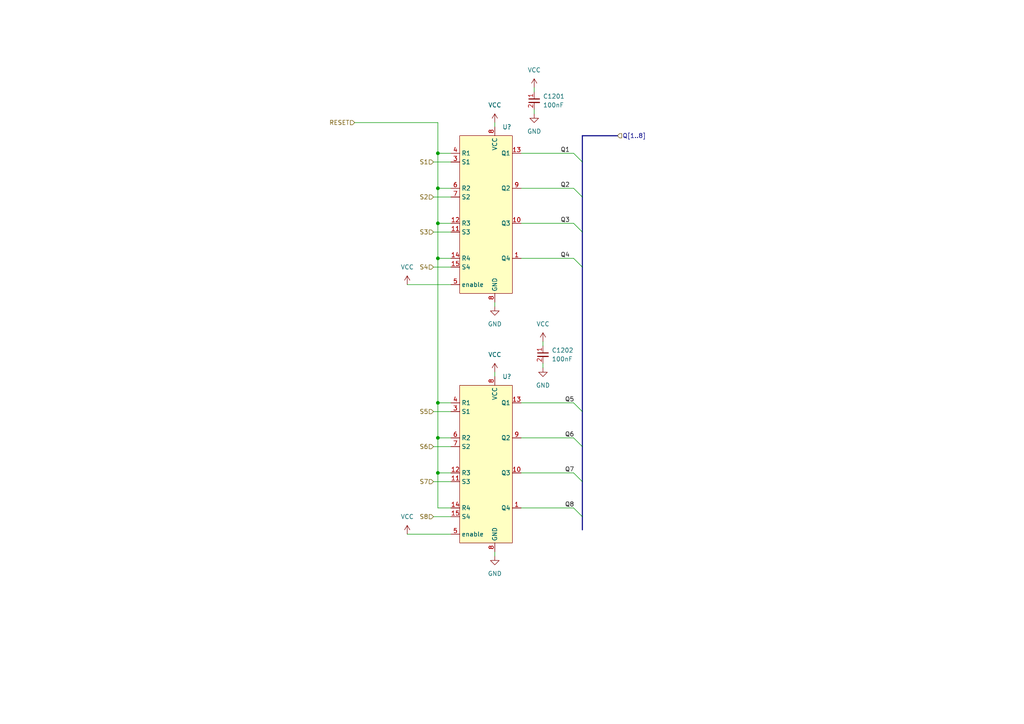
<source format=kicad_sch>
(kicad_sch (version 20230121) (generator eeschema)
  (paper "A4")
  (lib_symbols
    (symbol "capacitor_miscellaneous:C_0402_100nF"
      (property "Reference" "C" (at 1.27 2.54 0))
      (property "Value" "100nF" (at 3.81 -2.54 0))
      (symbol "C_0402_100nF_0_1"
        (polyline (pts (xy -1.524 -0.508) (xy 1.524 -0.508)) (stroke (width 0.3302)))
        (polyline (pts (xy -1.524 0.508) (xy 1.524 0.508)) (stroke (width 0.3048)))
      )
      (symbol "C_0402_100nF_1_1"
        (pin passive line (at 0 2.54 270) (length 2.032) (name "~") (number "1"))
        (pin passive line (at 0 -2.54 90) (length 2.032) (name "~") (number "2"))
      )
    )
    (symbol "custom_kicad_lib_sk:CD4044BDR"
      (property "Reference" "U" (at 0 0 0))
      (symbol "CD4044BDR_1_1"
        (rectangle (start -7.62 12.7) (end 7.62 -33.02) (fill (type background)))
        (pin output line (at 10.16 -22.86 180) (length 2.54) (name "Q4") (number "1"))
        (pin output line (at 10.16 -12.7 180) (length 2.54) (name "Q3") (number "10"))
        (pin input line (at -10.16 -15.24 0) (length 2.54) (name "S3") (number "11"))
        (pin input line (at -10.16 -12.7 0) (length 2.54) (name "R3") (number "12"))
        (pin output line (at 10.16 7.62 180) (length 2.54) (name "Q1") (number "13"))
        (pin input line (at -10.16 -22.86 0) (length 2.54) (name "R4") (number "14"))
        (pin input line (at -10.16 -25.4 0) (length 2.54) (name "S4") (number "15"))
        (pin no_connect line (at 2.54 -15.24 90) (length 2.54) hide (name "NC") (number "2"))
        (pin input line (at -10.16 5.08 0) (length 2.54) (name "S1") (number "3"))
        (pin input line (at -10.16 7.62 0) (length 2.54) (name "R1") (number "4"))
        (pin input line (at -10.16 -30.48 0) (length 2.54) (name "enable") (number "5"))
        (pin input line (at -10.16 -2.54 0) (length 2.54) (name "R2") (number "6"))
        (pin input line (at -10.16 -5.08 0) (length 2.54) (name "S2") (number "7"))
        (pin power_in line (at 2.54 -35.56 90) (length 2.54) (name "GND") (number "8"))
        (pin power_in line (at 2.54 15.24 270) (length 2.54) (name "VCC") (number "8"))
        (pin output line (at 10.16 -2.54 180) (length 2.54) (name "Q2") (number "9"))
      )
    )
    (symbol "power:GND" (power) (pin_names (offset 0))
      (property "Value" "GND" (at 0 -3.81 0))
      (symbol "GND_0_1"
        (polyline (pts (xy 0 0) (xy 0 -1.27) (xy 1.27 -1.27) (xy 0 -2.54) (xy -1.27 -1.27) (xy 0 -1.27)))
      )
      (symbol "GND_1_1"
        (pin power_in line (at 0 0 270) (length 0) hide (name "GND") (number "1"))
      )
    )
    (symbol "power:VCC" (power) (pin_names (offset 0))
      (property "Value" "VCC" (at 0 3.81 0))
      (symbol "VCC_0_1"
        (polyline (pts (xy -0.762 1.27) (xy 0 2.54)))
        (polyline (pts (xy 0 0) (xy 0 2.54)))
        (polyline (pts (xy 0 2.54) (xy 0.762 1.27)))
      )
      (symbol "VCC_1_1"
        (pin power_in line (at 0 0 90) (length 0) hide (name "VCC") (number "1"))
      )
    )
  )
  (junction (at 127 54.61))
  (junction (at 127 44.45))
  (junction (at 127 74.93))
  (junction (at 127 127))
  (junction (at 127 116.84))
  (junction (at 127 64.77))
  (junction (at 127 137.16))
  (bus_entry (at 166.37 137.16) (size 2.54 2.54))
  (bus_entry (at 166.37 54.61) (size 2.54 2.54))
  (bus_entry (at 166.37 64.77) (size 2.54 2.54))
  (bus_entry (at 166.37 127) (size 2.54 2.54))
  (bus_entry (at 166.37 74.93) (size 2.54 2.54))
  (bus_entry (at 166.37 116.84) (size 2.54 2.54))
  (bus_entry (at 166.37 147.32) (size 2.54 2.54))
  (bus_entry (at 166.37 44.45) (size 2.54 2.54))
  (wire (pts (xy 127 35.56) (xy 127 44.45)))
  (wire (pts (xy 102.87 35.56) (xy 127 35.56)))
  (bus (pts (xy 168.91 77.47) (xy 168.91 119.38)))
  (wire (pts (xy 154.94 31.75) (xy 154.94 33.02)))
  (wire (pts (xy 130.81 149.86) (xy 125.73 149.86)))
  (bus (pts (xy 168.91 119.38) (xy 168.91 129.54)))
  (wire (pts (xy 143.51 107.95) (xy 143.51 109.22)))
  (bus (pts (xy 168.91 149.86) (xy 168.91 153.67)))
  (wire (pts (xy 127 64.77) (xy 127 74.93)))
  (wire (pts (xy 151.13 64.77) (xy 166.37 64.77)))
  (wire (pts (xy 151.13 137.16) (xy 166.37 137.16)))
  (wire (pts (xy 157.48 99.06) (xy 157.48 100.33)))
  (wire (pts (xy 130.81 139.7) (xy 125.73 139.7)))
  (wire (pts (xy 127 64.77) (xy 130.81 64.77)))
  (bus (pts (xy 168.91 67.31) (xy 168.91 77.47)))
  (bus (pts (xy 168.91 129.54) (xy 168.91 139.7)))
  (wire (pts (xy 157.48 105.41) (xy 157.48 106.68)))
  (bus (pts (xy 168.91 139.7) (xy 168.91 149.86)))
  (wire (pts (xy 127 147.32) (xy 130.81 147.32)))
  (wire (pts (xy 127 137.16) (xy 130.81 137.16)))
  (wire (pts (xy 151.13 147.32) (xy 166.37 147.32)))
  (bus (pts (xy 168.91 46.99) (xy 168.91 57.15)))
  (wire (pts (xy 127 127) (xy 130.81 127)))
  (wire (pts (xy 154.94 25.4) (xy 154.94 26.67)))
  (wire (pts (xy 130.81 54.61) (xy 127 54.61)))
  (wire (pts (xy 130.81 57.15) (xy 125.73 57.15)))
  (wire (pts (xy 130.81 44.45) (xy 127 44.45)))
  (wire (pts (xy 130.81 119.38) (xy 125.73 119.38)))
  (wire (pts (xy 151.13 54.61) (xy 166.37 54.61)))
  (wire (pts (xy 127 137.16) (xy 127 147.32)))
  (wire (pts (xy 151.13 74.93) (xy 166.37 74.93)))
  (wire (pts (xy 127 116.84) (xy 130.81 116.84)))
  (wire (pts (xy 143.51 87.63) (xy 143.51 88.9)))
  (bus (pts (xy 168.91 57.15) (xy 168.91 67.31)))
  (wire (pts (xy 127 74.93) (xy 130.81 74.93)))
  (wire (pts (xy 118.11 82.55) (xy 130.81 82.55)))
  (wire (pts (xy 130.81 67.31) (xy 125.73 67.31)))
  (wire (pts (xy 127 54.61) (xy 127 44.45)))
  (wire (pts (xy 127 127) (xy 127 137.16)))
  (wire (pts (xy 151.13 116.84) (xy 166.37 116.84)))
  (wire (pts (xy 130.81 77.47) (xy 125.73 77.47)))
  (wire (pts (xy 151.13 127) (xy 166.37 127)))
  (wire (pts (xy 130.81 46.99) (xy 125.73 46.99)))
  (wire (pts (xy 143.51 35.56) (xy 143.51 36.83)))
  (bus (pts (xy 168.91 39.37) (xy 168.91 46.99)))
  (wire (pts (xy 143.51 160.02) (xy 143.51 161.29)))
  (wire (pts (xy 130.81 129.54) (xy 125.73 129.54)))
  (wire (pts (xy 127 54.61) (xy 127 64.77)))
  (wire (pts (xy 118.11 154.94) (xy 130.81 154.94)))
  (wire (pts (xy 127 116.84) (xy 127 127)))
  (wire (pts (xy 151.13 44.45) (xy 166.37 44.45)))
  (wire (pts (xy 127 74.93) (xy 127 116.84)))
  (bus (pts (xy 168.91 39.37) (xy 179.07 39.37)))
  (label "Q2" (at 162.56 54.61 0))
  (label "Q7" (at 163.83 137.16 0))
  (label "Q6" (at 163.83 127 0))
  (label "Q3" (at 162.56 64.77 0))
  (label "Q4" (at 162.56 74.93 0))
  (label "Q8" (at 163.83 147.32 0))
  (label "Q5" (at 163.83 116.84 0))
  (label "Q1" (at 162.56 44.45 0))
  (hierarchical_label "S2" (shape input) (at 125.73 57.15 180))
  (hierarchical_label "S1" (shape input) (at 125.73 46.99 180))
  (hierarchical_label "S5" (shape input) (at 125.73 119.38 180))
  (hierarchical_label "S7" (shape input) (at 125.73 139.7 180))
  (hierarchical_label "Q[1..8]" (shape input) (at 179.07 39.37 0))
  (hierarchical_label "S8" (shape input) (at 125.73 149.86 180))
  (hierarchical_label "RESET" (shape input) (at 102.87 35.56 180))
  (hierarchical_label "S4" (shape input) (at 125.73 77.47 180))
  (hierarchical_label "S3" (shape input) (at 125.73 67.31 180))
  (hierarchical_label "S6" (shape input) (at 125.73 129.54 180))
  (symbol (lib_id "power:VCC") (at 118.11 82.55 0) (unit 1)
    (property "Reference" "#PWR0311" (effects hide))
    (property "Value" "VCC" (at 118.11 77.47 0))
    (instances (project "OS-S88n" (path "" (reference "#PWR0311") (unit 1)) (path "" (reference "#PWR01211") (unit 1))))
  )
  (symbol (lib_id "custom_kicad_lib_sk:CD4044BDR") (at 140.97 124.46 0) (unit 1)
    (property "Reference" "U?" (at 145.7041 109.22 0) (effects (justify left)))
    (property "Footprint" "Package_SO:SOIC-16_3.9x9.9mm_P1.27mm" (effects hide))
    (property "Datasheet" "https://datasheet.lcsc.com/lcsc/1809051827_Texas-Instruments-CD4044BDR_C133986.pdf" (effects hide))
    (property "JLCPCB Part#" "C133986" (effects hide))
    (instances (project "OS-S88n" (path "" (reference "U?") (unit 1)) (path "" (reference "U1202") (unit 1)) (path "" (reference "U302") (unit 1))))
  )
  (symbol (lib_id "capacitor_miscellaneous:C_0402_100nF") (at 157.48 102.87 0) (unit 1)
    (property "Reference" "C1202" (at 160.02 101.6063 0) (effects (justify left)))
    (property "Value" "100nF" (at 160.02 104.1463 0) (effects (justify left)))
    (property "Footprint" "Capacitor_SMD:C_0402_1005Metric" (effects hide))
    (property "JLCPCB Part#" "C307331" (effects hide))
    (instances (project "OS-S88n" (path "" (reference "C1202") (unit 1)) (path "" (reference "C302") (unit 1))))
  )
  (symbol (lib_id "custom_kicad_lib_sk:CD4044BDR") (at 140.97 52.07 0) (unit 1)
    (property "Reference" "U?" (at 145.7041 36.83 0) (effects (justify left)))
    (property "Footprint" "Package_SO:SOIC-16_3.9x9.9mm_P1.27mm" (effects hide))
    (property "Datasheet" "https://datasheet.lcsc.com/lcsc/1809051827_Texas-Instruments-CD4044BDR_C133986.pdf" (effects hide))
    (property "JLCPCB Part#" "C133986" (effects hide))
    (instances (project "OS-S88n" (path "" (reference "U?") (unit 1)) (path "" (reference "U1201") (unit 1)) (path "" (reference "U301") (unit 1))))
  )
  (symbol (lib_id "power:GND") (at 157.48 106.68 0) (mirror y) (unit 1)
    (property "Reference" "#PWR01208" (effects hide))
    (property "Value" "GND" (at 157.48 111.76 0))
    (instances (project "OS-S88n" (path "" (reference "#PWR01208") (unit 1)) (path "" (reference "#PWR0308") (unit 1))))
  )
  (symbol (lib_id "capacitor_miscellaneous:C_0402_100nF") (at 154.94 29.21 0) (unit 1)
    (property "Reference" "C1201" (at 157.48 27.9463 0) (effects (justify left)))
    (property "Value" "100nF" (at 157.48 30.4863 0) (effects (justify left)))
    (property "Footprint" "Capacitor_SMD:C_0402_1005Metric" (effects hide))
    (property "JLCPCB Part#" "C307331" (effects hide))
    (instances (project "OS-S88n" (path "" (reference "C1201") (unit 1)) (path "" (reference "C301") (unit 1))))
  )
  (symbol (lib_id "power:GND") (at 154.94 33.02 0) (mirror y) (unit 1)
    (property "Reference" "#PWR01206" (effects hide))
    (property "Value" "GND" (at 154.94 38.1 0))
    (instances (project "OS-S88n" (path "" (reference "#PWR01206") (unit 1)) (path "" (reference "#PWR0306") (unit 1))))
  )
  (symbol (lib_id "power:VCC") (at 143.51 107.95 0) (mirror y) (unit 1)
    (property "Reference" "#PWR01203" (effects hide))
    (property "Value" "VCC" (at 143.51 102.87 0))
    (instances (project "OS-S88n" (path "" (reference "#PWR01203") (unit 1)) (path "" (reference "#PWR0303") (unit 1))))
  )
  (symbol (lib_id "power:GND") (at 143.51 88.9 0) (mirror y) (unit 1)
    (property "Reference" "#PWR01202" (effects hide))
    (property "Value" "GND" (at 143.51 93.98 0))
    (instances (project "OS-S88n" (path "" (reference "#PWR01202") (unit 1)) (path "" (reference "#PWR0302") (unit 1))))
  )
  (symbol (lib_id "power:VCC") (at 118.11 154.94 0) (unit 1)
    (property "Reference" "#PWR0312" (effects hide))
    (property "Value" "VCC" (at 118.11 149.86 0))
    (instances (project "OS-S88n" (path "" (reference "#PWR0312") (unit 1)) (path "" (reference "#PWR01212") (unit 1))))
  )
  (symbol (lib_id "power:VCC") (at 143.51 35.56 0) (mirror y) (unit 1)
    (property "Reference" "#PWR01201" (effects hide))
    (property "Value" "VCC" (at 143.51 30.48 0))
    (instances (project "OS-S88n" (path "" (reference "#PWR01201") (unit 1)) (path "" (reference "#PWR0301") (unit 1))))
  )
  (symbol (lib_id "power:VCC") (at 154.94 25.4 0) (mirror y) (unit 1)
    (property "Reference" "#PWR01205" (effects hide))
    (property "Value" "VCC" (at 154.94 20.32 0))
    (instances (project "OS-S88n" (path "" (reference "#PWR01205") (unit 1)) (path "" (reference "#PWR0305") (unit 1))))
  )
  (symbol (lib_id "power:VCC") (at 157.48 99.06 0) (mirror y) (unit 1)
    (property "Reference" "#PWR01207" (effects hide))
    (property "Value" "VCC" (at 157.48 93.98 0))
    (instances (project "OS-S88n" (path "" (reference "#PWR01207") (unit 1)) (path "" (reference "#PWR0307") (unit 1))))
  )
  (symbol (lib_id "power:GND") (at 143.51 161.29 0) (mirror y) (unit 1)
    (property "Reference" "#PWR01204" (effects hide))
    (property "Value" "GND" (at 143.51 166.37 0))
    (instances (project "OS-S88n" (path "" (reference "#PWR01204") (unit 1)) (path "" (reference "#PWR0304") (unit 1))))
  )
)
</source>
